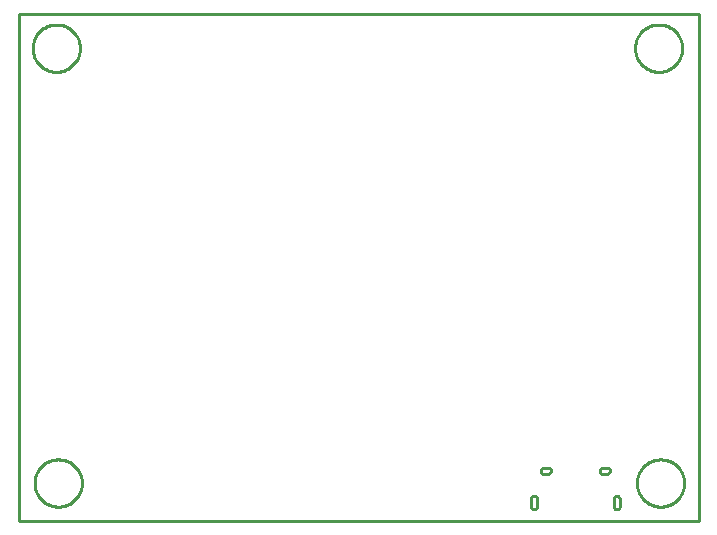
<source format=gbr>
G04 EAGLE Gerber RS-274X export*
G75*
%MOMM*%
%FSLAX34Y34*%
%LPD*%
%IN*%
%IPPOS*%
%AMOC8*
5,1,8,0,0,1.08239X$1,22.5*%
G01*
%ADD10C,0.254000*%


D10*
X28100Y460375D02*
X604000Y460375D01*
X604000Y889350D01*
X28100Y889350D01*
X28100Y460375D01*
X531965Y472440D02*
X531975Y472222D01*
X532003Y472006D01*
X532050Y471793D01*
X532116Y471585D01*
X532199Y471383D01*
X532300Y471190D01*
X532417Y471006D01*
X532550Y470833D01*
X532697Y470672D01*
X532858Y470525D01*
X533031Y470392D01*
X533215Y470275D01*
X533408Y470174D01*
X533610Y470091D01*
X533818Y470025D01*
X534031Y469978D01*
X534247Y469950D01*
X534465Y469940D01*
X534683Y469950D01*
X534899Y469978D01*
X535112Y470025D01*
X535320Y470091D01*
X535522Y470174D01*
X535715Y470275D01*
X535899Y470392D01*
X536072Y470525D01*
X536233Y470672D01*
X536380Y470833D01*
X536513Y471006D01*
X536630Y471190D01*
X536731Y471383D01*
X536814Y471585D01*
X536880Y471793D01*
X536927Y472006D01*
X536956Y472222D01*
X536965Y472440D01*
X536965Y478940D01*
X536956Y479158D01*
X536927Y479374D01*
X536880Y479587D01*
X536814Y479795D01*
X536731Y479997D01*
X536630Y480190D01*
X536513Y480374D01*
X536380Y480547D01*
X536233Y480708D01*
X536072Y480855D01*
X535899Y480988D01*
X535715Y481105D01*
X535522Y481206D01*
X535320Y481289D01*
X535112Y481355D01*
X534899Y481402D01*
X534683Y481431D01*
X534465Y481440D01*
X534247Y481431D01*
X534031Y481402D01*
X533818Y481355D01*
X533610Y481289D01*
X533408Y481206D01*
X533215Y481105D01*
X533031Y480988D01*
X532858Y480855D01*
X532697Y480708D01*
X532550Y480547D01*
X532417Y480374D01*
X532300Y480190D01*
X532199Y479997D01*
X532116Y479795D01*
X532050Y479587D01*
X532003Y479374D01*
X531975Y479158D01*
X531965Y478940D01*
X531965Y472440D01*
X461965Y472440D02*
X461975Y472222D01*
X462003Y472006D01*
X462050Y471793D01*
X462116Y471585D01*
X462199Y471383D01*
X462300Y471190D01*
X462417Y471006D01*
X462550Y470833D01*
X462697Y470672D01*
X462858Y470525D01*
X463031Y470392D01*
X463215Y470275D01*
X463408Y470174D01*
X463610Y470091D01*
X463818Y470025D01*
X464031Y469978D01*
X464247Y469950D01*
X464465Y469940D01*
X464683Y469950D01*
X464899Y469978D01*
X465112Y470025D01*
X465320Y470091D01*
X465522Y470174D01*
X465715Y470275D01*
X465899Y470392D01*
X466072Y470525D01*
X466233Y470672D01*
X466380Y470833D01*
X466513Y471006D01*
X466630Y471190D01*
X466731Y471383D01*
X466814Y471585D01*
X466880Y471793D01*
X466927Y472006D01*
X466956Y472222D01*
X466965Y472440D01*
X466965Y478940D01*
X466956Y479158D01*
X466927Y479374D01*
X466880Y479587D01*
X466814Y479795D01*
X466731Y479997D01*
X466630Y480190D01*
X466513Y480374D01*
X466380Y480547D01*
X466233Y480708D01*
X466072Y480855D01*
X465899Y480988D01*
X465715Y481105D01*
X465522Y481206D01*
X465320Y481289D01*
X465112Y481355D01*
X464899Y481402D01*
X464683Y481431D01*
X464465Y481440D01*
X464247Y481431D01*
X464031Y481402D01*
X463818Y481355D01*
X463610Y481289D01*
X463408Y481206D01*
X463215Y481105D01*
X463031Y480988D01*
X462858Y480855D01*
X462697Y480708D01*
X462550Y480547D01*
X462417Y480374D01*
X462300Y480190D01*
X462199Y479997D01*
X462116Y479795D01*
X462050Y479587D01*
X462003Y479374D01*
X461975Y479158D01*
X461965Y478940D01*
X461965Y472440D01*
X522965Y499940D02*
X525965Y499940D01*
X526205Y499950D01*
X526443Y499982D01*
X526677Y500034D01*
X526906Y500106D01*
X527127Y500198D01*
X527340Y500308D01*
X527542Y500437D01*
X527733Y500583D01*
X527910Y500745D01*
X528072Y500922D01*
X528218Y501113D01*
X528347Y501315D01*
X528457Y501528D01*
X528549Y501749D01*
X528621Y501978D01*
X528673Y502212D01*
X528705Y502450D01*
X528715Y502690D01*
X528705Y502930D01*
X528673Y503168D01*
X528621Y503402D01*
X528549Y503631D01*
X528457Y503852D01*
X528347Y504065D01*
X528218Y504267D01*
X528072Y504458D01*
X527910Y504635D01*
X527733Y504797D01*
X527542Y504943D01*
X527340Y505072D01*
X527127Y505182D01*
X526906Y505274D01*
X526677Y505346D01*
X526443Y505398D01*
X526205Y505430D01*
X525965Y505440D01*
X522965Y505440D01*
X522725Y505430D01*
X522487Y505398D01*
X522253Y505346D01*
X522024Y505274D01*
X521803Y505182D01*
X521590Y505072D01*
X521388Y504943D01*
X521197Y504797D01*
X521020Y504635D01*
X520858Y504458D01*
X520712Y504267D01*
X520583Y504065D01*
X520473Y503852D01*
X520381Y503631D01*
X520309Y503402D01*
X520257Y503168D01*
X520225Y502930D01*
X520215Y502690D01*
X520225Y502450D01*
X520257Y502212D01*
X520309Y501978D01*
X520381Y501749D01*
X520473Y501528D01*
X520583Y501315D01*
X520712Y501113D01*
X520858Y500922D01*
X521020Y500745D01*
X521197Y500583D01*
X521388Y500437D01*
X521590Y500308D01*
X521803Y500198D01*
X522024Y500106D01*
X522253Y500034D01*
X522487Y499982D01*
X522725Y499950D01*
X522965Y499940D01*
X472965Y499940D02*
X475965Y499940D01*
X476205Y499950D01*
X476443Y499982D01*
X476677Y500034D01*
X476906Y500106D01*
X477127Y500198D01*
X477340Y500308D01*
X477542Y500437D01*
X477733Y500583D01*
X477910Y500745D01*
X478072Y500922D01*
X478218Y501113D01*
X478347Y501315D01*
X478457Y501528D01*
X478549Y501749D01*
X478621Y501978D01*
X478673Y502212D01*
X478705Y502450D01*
X478715Y502690D01*
X478705Y502930D01*
X478673Y503168D01*
X478621Y503402D01*
X478549Y503631D01*
X478457Y503852D01*
X478347Y504065D01*
X478218Y504267D01*
X478072Y504458D01*
X477910Y504635D01*
X477733Y504797D01*
X477542Y504943D01*
X477340Y505072D01*
X477127Y505182D01*
X476906Y505274D01*
X476677Y505346D01*
X476443Y505398D01*
X476205Y505430D01*
X475965Y505440D01*
X472965Y505440D01*
X472725Y505430D01*
X472487Y505398D01*
X472253Y505346D01*
X472024Y505274D01*
X471803Y505182D01*
X471590Y505072D01*
X471388Y504943D01*
X471197Y504797D01*
X471020Y504635D01*
X470858Y504458D01*
X470712Y504267D01*
X470583Y504065D01*
X470473Y503852D01*
X470381Y503631D01*
X470309Y503402D01*
X470257Y503168D01*
X470225Y502930D01*
X470215Y502690D01*
X470225Y502450D01*
X470257Y502212D01*
X470309Y501978D01*
X470381Y501749D01*
X470473Y501528D01*
X470583Y501315D01*
X470712Y501113D01*
X470858Y500922D01*
X471020Y500745D01*
X471197Y500583D01*
X471388Y500437D01*
X471590Y500308D01*
X471803Y500198D01*
X472024Y500106D01*
X472253Y500034D01*
X472487Y499982D01*
X472725Y499950D01*
X472965Y499940D01*
X81625Y491696D02*
X81552Y490489D01*
X81406Y489289D01*
X81188Y488100D01*
X80899Y486927D01*
X80540Y485773D01*
X80111Y484643D01*
X79615Y483541D01*
X79053Y482470D01*
X78428Y481436D01*
X77741Y480441D01*
X76996Y479490D01*
X76194Y478585D01*
X75340Y477731D01*
X74435Y476929D01*
X73484Y476184D01*
X72489Y475497D01*
X71455Y474872D01*
X70384Y474310D01*
X69282Y473814D01*
X68152Y473385D01*
X66998Y473026D01*
X65825Y472737D01*
X64636Y472519D01*
X63436Y472373D01*
X62229Y472300D01*
X61021Y472300D01*
X59814Y472373D01*
X58614Y472519D01*
X57425Y472737D01*
X56252Y473026D01*
X55098Y473385D01*
X53968Y473814D01*
X52866Y474310D01*
X51795Y474872D01*
X50761Y475497D01*
X49766Y476184D01*
X48815Y476929D01*
X47910Y477731D01*
X47056Y478585D01*
X46254Y479490D01*
X45509Y480441D01*
X44822Y481436D01*
X44197Y482470D01*
X43635Y483541D01*
X43139Y484643D01*
X42710Y485773D01*
X42351Y486927D01*
X42062Y488100D01*
X41844Y489289D01*
X41698Y490489D01*
X41625Y491696D01*
X41625Y492904D01*
X41698Y494111D01*
X41844Y495311D01*
X42062Y496500D01*
X42351Y497673D01*
X42710Y498827D01*
X43139Y499957D01*
X43635Y501059D01*
X44197Y502130D01*
X44822Y503164D01*
X45509Y504159D01*
X46254Y505110D01*
X47056Y506015D01*
X47910Y506869D01*
X48815Y507671D01*
X49766Y508416D01*
X50761Y509103D01*
X51795Y509728D01*
X52866Y510290D01*
X53968Y510786D01*
X55098Y511215D01*
X56252Y511574D01*
X57425Y511863D01*
X58614Y512081D01*
X59814Y512227D01*
X61021Y512300D01*
X62229Y512300D01*
X63436Y512227D01*
X64636Y512081D01*
X65825Y511863D01*
X66998Y511574D01*
X68152Y511215D01*
X69282Y510786D01*
X70384Y510290D01*
X71455Y509728D01*
X72489Y509103D01*
X73484Y508416D01*
X74435Y507671D01*
X75340Y506869D01*
X76194Y506015D01*
X76996Y505110D01*
X77741Y504159D01*
X78428Y503164D01*
X79053Y502130D01*
X79615Y501059D01*
X80111Y499957D01*
X80540Y498827D01*
X80899Y497673D01*
X81188Y496500D01*
X81406Y495311D01*
X81552Y494111D01*
X81625Y492904D01*
X81625Y491696D01*
X80000Y859871D02*
X79927Y858664D01*
X79781Y857464D01*
X79563Y856275D01*
X79274Y855102D01*
X78915Y853948D01*
X78486Y852818D01*
X77990Y851716D01*
X77428Y850645D01*
X76803Y849611D01*
X76116Y848616D01*
X75371Y847665D01*
X74569Y846760D01*
X73715Y845906D01*
X72810Y845104D01*
X71859Y844359D01*
X70864Y843672D01*
X69830Y843047D01*
X68759Y842485D01*
X67657Y841989D01*
X66527Y841560D01*
X65373Y841201D01*
X64200Y840912D01*
X63011Y840694D01*
X61811Y840548D01*
X60604Y840475D01*
X59396Y840475D01*
X58189Y840548D01*
X56989Y840694D01*
X55800Y840912D01*
X54627Y841201D01*
X53473Y841560D01*
X52343Y841989D01*
X51241Y842485D01*
X50170Y843047D01*
X49136Y843672D01*
X48141Y844359D01*
X47190Y845104D01*
X46285Y845906D01*
X45431Y846760D01*
X44629Y847665D01*
X43884Y848616D01*
X43197Y849611D01*
X42572Y850645D01*
X42010Y851716D01*
X41514Y852818D01*
X41085Y853948D01*
X40726Y855102D01*
X40437Y856275D01*
X40219Y857464D01*
X40073Y858664D01*
X40000Y859871D01*
X40000Y861079D01*
X40073Y862286D01*
X40219Y863486D01*
X40437Y864675D01*
X40726Y865848D01*
X41085Y867002D01*
X41514Y868132D01*
X42010Y869234D01*
X42572Y870305D01*
X43197Y871339D01*
X43884Y872334D01*
X44629Y873285D01*
X45431Y874190D01*
X46285Y875044D01*
X47190Y875846D01*
X48141Y876591D01*
X49136Y877278D01*
X50170Y877903D01*
X51241Y878465D01*
X52343Y878961D01*
X53473Y879390D01*
X54627Y879749D01*
X55800Y880038D01*
X56989Y880256D01*
X58189Y880402D01*
X59396Y880475D01*
X60604Y880475D01*
X61811Y880402D01*
X63011Y880256D01*
X64200Y880038D01*
X65373Y879749D01*
X66527Y879390D01*
X67657Y878961D01*
X68759Y878465D01*
X69830Y877903D01*
X70864Y877278D01*
X71859Y876591D01*
X72810Y875846D01*
X73715Y875044D01*
X74569Y874190D01*
X75371Y873285D01*
X76116Y872334D01*
X76803Y871339D01*
X77428Y870305D01*
X77990Y869234D01*
X78486Y868132D01*
X78915Y867002D01*
X79274Y865848D01*
X79563Y864675D01*
X79781Y863486D01*
X79927Y862286D01*
X80000Y861079D01*
X80000Y859871D01*
X590000Y859871D02*
X589927Y858664D01*
X589781Y857464D01*
X589563Y856275D01*
X589274Y855102D01*
X588915Y853948D01*
X588486Y852818D01*
X587990Y851716D01*
X587428Y850645D01*
X586803Y849611D01*
X586116Y848616D01*
X585371Y847665D01*
X584569Y846760D01*
X583715Y845906D01*
X582810Y845104D01*
X581859Y844359D01*
X580864Y843672D01*
X579830Y843047D01*
X578759Y842485D01*
X577657Y841989D01*
X576527Y841560D01*
X575373Y841201D01*
X574200Y840912D01*
X573011Y840694D01*
X571811Y840548D01*
X570604Y840475D01*
X569396Y840475D01*
X568189Y840548D01*
X566989Y840694D01*
X565800Y840912D01*
X564627Y841201D01*
X563473Y841560D01*
X562343Y841989D01*
X561241Y842485D01*
X560170Y843047D01*
X559136Y843672D01*
X558141Y844359D01*
X557190Y845104D01*
X556285Y845906D01*
X555431Y846760D01*
X554629Y847665D01*
X553884Y848616D01*
X553197Y849611D01*
X552572Y850645D01*
X552010Y851716D01*
X551514Y852818D01*
X551085Y853948D01*
X550726Y855102D01*
X550437Y856275D01*
X550219Y857464D01*
X550073Y858664D01*
X550000Y859871D01*
X550000Y861079D01*
X550073Y862286D01*
X550219Y863486D01*
X550437Y864675D01*
X550726Y865848D01*
X551085Y867002D01*
X551514Y868132D01*
X552010Y869234D01*
X552572Y870305D01*
X553197Y871339D01*
X553884Y872334D01*
X554629Y873285D01*
X555431Y874190D01*
X556285Y875044D01*
X557190Y875846D01*
X558141Y876591D01*
X559136Y877278D01*
X560170Y877903D01*
X561241Y878465D01*
X562343Y878961D01*
X563473Y879390D01*
X564627Y879749D01*
X565800Y880038D01*
X566989Y880256D01*
X568189Y880402D01*
X569396Y880475D01*
X570604Y880475D01*
X571811Y880402D01*
X573011Y880256D01*
X574200Y880038D01*
X575373Y879749D01*
X576527Y879390D01*
X577657Y878961D01*
X578759Y878465D01*
X579830Y877903D01*
X580864Y877278D01*
X581859Y876591D01*
X582810Y875846D01*
X583715Y875044D01*
X584569Y874190D01*
X585371Y873285D01*
X586116Y872334D01*
X586803Y871339D01*
X587428Y870305D01*
X587990Y869234D01*
X588486Y868132D01*
X588915Y867002D01*
X589274Y865848D01*
X589563Y864675D01*
X589781Y863486D01*
X589927Y862286D01*
X590000Y861079D01*
X590000Y859871D01*
X591625Y491696D02*
X591552Y490489D01*
X591406Y489289D01*
X591188Y488100D01*
X590899Y486927D01*
X590540Y485773D01*
X590111Y484643D01*
X589615Y483541D01*
X589053Y482470D01*
X588428Y481436D01*
X587741Y480441D01*
X586996Y479490D01*
X586194Y478585D01*
X585340Y477731D01*
X584435Y476929D01*
X583484Y476184D01*
X582489Y475497D01*
X581455Y474872D01*
X580384Y474310D01*
X579282Y473814D01*
X578152Y473385D01*
X576998Y473026D01*
X575825Y472737D01*
X574636Y472519D01*
X573436Y472373D01*
X572229Y472300D01*
X571021Y472300D01*
X569814Y472373D01*
X568614Y472519D01*
X567425Y472737D01*
X566252Y473026D01*
X565098Y473385D01*
X563968Y473814D01*
X562866Y474310D01*
X561795Y474872D01*
X560761Y475497D01*
X559766Y476184D01*
X558815Y476929D01*
X557910Y477731D01*
X557056Y478585D01*
X556254Y479490D01*
X555509Y480441D01*
X554822Y481436D01*
X554197Y482470D01*
X553635Y483541D01*
X553139Y484643D01*
X552710Y485773D01*
X552351Y486927D01*
X552062Y488100D01*
X551844Y489289D01*
X551698Y490489D01*
X551625Y491696D01*
X551625Y492904D01*
X551698Y494111D01*
X551844Y495311D01*
X552062Y496500D01*
X552351Y497673D01*
X552710Y498827D01*
X553139Y499957D01*
X553635Y501059D01*
X554197Y502130D01*
X554822Y503164D01*
X555509Y504159D01*
X556254Y505110D01*
X557056Y506015D01*
X557910Y506869D01*
X558815Y507671D01*
X559766Y508416D01*
X560761Y509103D01*
X561795Y509728D01*
X562866Y510290D01*
X563968Y510786D01*
X565098Y511215D01*
X566252Y511574D01*
X567425Y511863D01*
X568614Y512081D01*
X569814Y512227D01*
X571021Y512300D01*
X572229Y512300D01*
X573436Y512227D01*
X574636Y512081D01*
X575825Y511863D01*
X576998Y511574D01*
X578152Y511215D01*
X579282Y510786D01*
X580384Y510290D01*
X581455Y509728D01*
X582489Y509103D01*
X583484Y508416D01*
X584435Y507671D01*
X585340Y506869D01*
X586194Y506015D01*
X586996Y505110D01*
X587741Y504159D01*
X588428Y503164D01*
X589053Y502130D01*
X589615Y501059D01*
X590111Y499957D01*
X590540Y498827D01*
X590899Y497673D01*
X591188Y496500D01*
X591406Y495311D01*
X591552Y494111D01*
X591625Y492904D01*
X591625Y491696D01*
M02*

</source>
